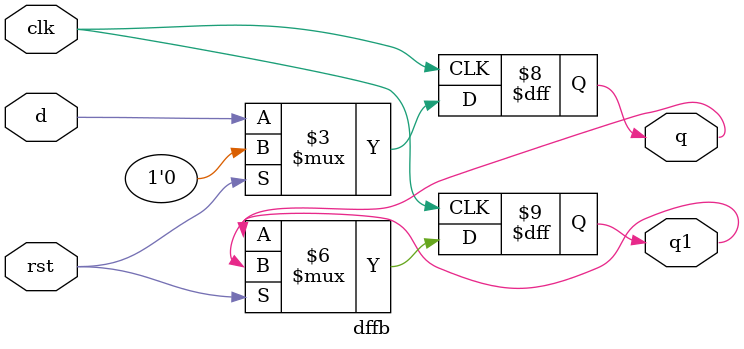
<source format=v>
`timescale 1ns / 1ps
module dffb (q, d, clk, rst,q1);
 output q,q1;
 input d, clk, rst;
 reg q,q1;
 always @(posedge clk)
   if (rst) q = 1'b0;           //DFF using Blocking statements:
 else 
   begin
  q <= d;           //DFF using Non- Blocking statements:
  q1 <= q;          
   end
endmodule 

</source>
